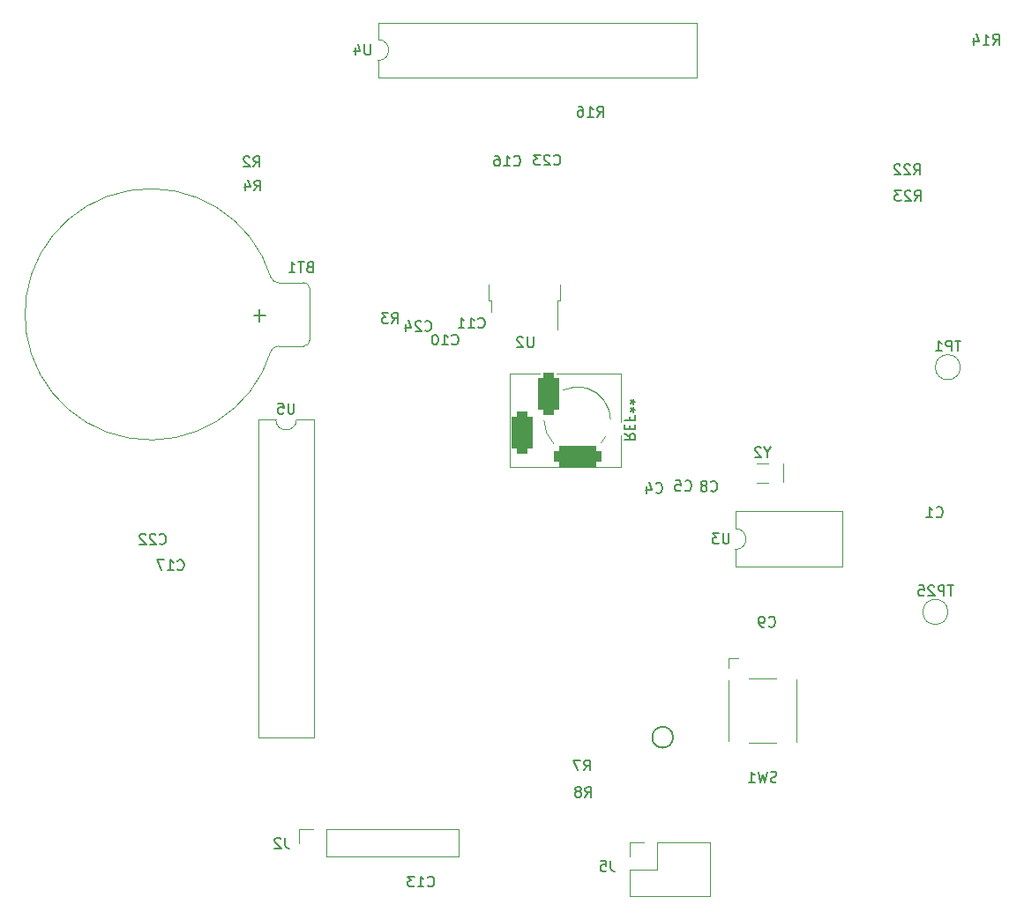
<source format=gbr>
%TF.GenerationSoftware,KiCad,Pcbnew,(6.0.5-0)*%
%TF.CreationDate,2022-07-19T01:27:06-07:00*%
%TF.ProjectId,clock_design,636c6f63-6b5f-4646-9573-69676e2e6b69,rev?*%
%TF.SameCoordinates,PX56c8cc0PY97a25c0*%
%TF.FileFunction,Legend,Bot*%
%TF.FilePolarity,Positive*%
%FSLAX46Y46*%
G04 Gerber Fmt 4.6, Leading zero omitted, Abs format (unit mm)*
G04 Created by KiCad (PCBNEW (6.0.5-0)) date 2022-07-19 01:27:06*
%MOMM*%
%LPD*%
G01*
G04 APERTURE LIST*
G04 Aperture macros list*
%AMRoundRect*
0 Rectangle with rounded corners*
0 $1 Rounding radius*
0 $2 $3 $4 $5 $6 $7 $8 $9 X,Y pos of 4 corners*
0 Add a 4 corners polygon primitive as box body*
4,1,4,$2,$3,$4,$5,$6,$7,$8,$9,$2,$3,0*
0 Add four circle primitives for the rounded corners*
1,1,$1+$1,$2,$3*
1,1,$1+$1,$4,$5*
1,1,$1+$1,$6,$7*
1,1,$1+$1,$8,$9*
0 Add four rect primitives between the rounded corners*
20,1,$1+$1,$2,$3,$4,$5,0*
20,1,$1+$1,$4,$5,$6,$7,0*
20,1,$1+$1,$6,$7,$8,$9,0*
20,1,$1+$1,$8,$9,$2,$3,0*%
G04 Aperture macros list end*
%ADD10C,0.150000*%
%ADD11C,0.120000*%
%ADD12C,2.000000*%
%ADD13C,1.524000*%
%ADD14R,1.150000X1.400000*%
%ADD15R,1.700000X1.700000*%
%ADD16C,1.700000*%
%ADD17C,3.200000*%
%ADD18R,1.400000X1.150000*%
%ADD19O,1.700000X1.700000*%
%ADD20R,1.600000X1.600000*%
%ADD21O,1.600000X1.600000*%
%ADD22RoundRect,0.500000X-1.750000X-0.500000X1.750000X-0.500000X1.750000X0.500000X-1.750000X0.500000X0*%
%ADD23RoundRect,0.500000X0.500000X-1.500000X0.500000X1.500000X-0.500000X1.500000X-0.500000X-1.500000X0*%
%ADD24R,1.000000X1.800000*%
%ADD25R,1.400000X1.600000*%
%ADD26C,1.600000*%
%ADD27R,3.000000X3.000000*%
%ADD28C,3.000000*%
%ADD29R,1.200000X2.200000*%
%ADD30R,5.800000X6.400000*%
G04 APERTURE END LIST*
D10*
%TO.C,TP25*%
X98777622Y33891960D02*
X98206193Y33891960D01*
X98491907Y32891960D02*
X98491907Y33891960D01*
X97872860Y32891960D02*
X97872860Y33891960D01*
X97491907Y33891960D01*
X97396669Y33844340D01*
X97349050Y33796721D01*
X97301431Y33701483D01*
X97301431Y33558626D01*
X97349050Y33463388D01*
X97396669Y33415769D01*
X97491907Y33368150D01*
X97872860Y33368150D01*
X96920479Y33796721D02*
X96872860Y33844340D01*
X96777622Y33891960D01*
X96539527Y33891960D01*
X96444288Y33844340D01*
X96396669Y33796721D01*
X96349050Y33701483D01*
X96349050Y33606245D01*
X96396669Y33463388D01*
X96968098Y32891960D01*
X96349050Y32891960D01*
X95444288Y33891960D02*
X95920479Y33891960D01*
X95968098Y33415769D01*
X95920479Y33463388D01*
X95825241Y33511007D01*
X95587146Y33511007D01*
X95491907Y33463388D01*
X95444288Y33415769D01*
X95396669Y33320531D01*
X95396669Y33082436D01*
X95444288Y32987198D01*
X95491907Y32939579D01*
X95587146Y32891960D01*
X95825241Y32891960D01*
X95920479Y32939579D01*
X95968098Y32987198D01*
%TO.C,R4*%
X31665548Y71826467D02*
X31998882Y72302657D01*
X32236977Y71826467D02*
X32236977Y72826467D01*
X31856024Y72826467D01*
X31760786Y72778847D01*
X31713167Y72731228D01*
X31665548Y72635990D01*
X31665548Y72493133D01*
X31713167Y72397895D01*
X31760786Y72350276D01*
X31856024Y72302657D01*
X32236977Y72302657D01*
X30808405Y72493133D02*
X30808405Y71826467D01*
X31046501Y72874086D02*
X31284596Y72159800D01*
X30665548Y72159800D01*
%TO.C,R2*%
X31587874Y74117849D02*
X31921208Y74594039D01*
X32159303Y74117849D02*
X32159303Y75117849D01*
X31778350Y75117849D01*
X31683112Y75070229D01*
X31635493Y75022610D01*
X31587874Y74927372D01*
X31587874Y74784515D01*
X31635493Y74689277D01*
X31683112Y74641658D01*
X31778350Y74594039D01*
X32159303Y74594039D01*
X31206922Y75022610D02*
X31159303Y75070229D01*
X31064065Y75117849D01*
X30825969Y75117849D01*
X30730731Y75070229D01*
X30683112Y75022610D01*
X30635493Y74927372D01*
X30635493Y74832134D01*
X30683112Y74689277D01*
X31254541Y74117849D01*
X30635493Y74117849D01*
%TO.C,R14*%
X102567763Y85855059D02*
X102901096Y86331249D01*
X103139191Y85855059D02*
X103139191Y86855059D01*
X102758239Y86855059D01*
X102663001Y86807439D01*
X102615382Y86759820D01*
X102567763Y86664582D01*
X102567763Y86521725D01*
X102615382Y86426487D01*
X102663001Y86378868D01*
X102758239Y86331249D01*
X103139191Y86331249D01*
X101615382Y85855059D02*
X102186810Y85855059D01*
X101901096Y85855059D02*
X101901096Y86855059D01*
X101996334Y86712201D01*
X102091572Y86616963D01*
X102186810Y86569344D01*
X100758239Y86521725D02*
X100758239Y85855059D01*
X100996334Y86902678D02*
X101234429Y86188392D01*
X100615382Y86188392D01*
%TO.C,C1*%
X97126666Y40532858D02*
X97174285Y40485239D01*
X97317142Y40437620D01*
X97412380Y40437620D01*
X97555238Y40485239D01*
X97650476Y40580477D01*
X97698095Y40675715D01*
X97745714Y40866191D01*
X97745714Y41009048D01*
X97698095Y41199524D01*
X97650476Y41294762D01*
X97555238Y41390000D01*
X97412380Y41437620D01*
X97317142Y41437620D01*
X97174285Y41390000D01*
X97126666Y41342381D01*
X96174285Y40437620D02*
X96745714Y40437620D01*
X96460000Y40437620D02*
X96460000Y41437620D01*
X96555238Y41294762D01*
X96650476Y41199524D01*
X96745714Y41151905D01*
%TO.C,R22*%
X94980940Y73359115D02*
X95314273Y73835305D01*
X95552368Y73359115D02*
X95552368Y74359115D01*
X95171416Y74359115D01*
X95076178Y74311495D01*
X95028559Y74263876D01*
X94980940Y74168638D01*
X94980940Y74025781D01*
X95028559Y73930543D01*
X95076178Y73882924D01*
X95171416Y73835305D01*
X95552368Y73835305D01*
X94599987Y74263876D02*
X94552368Y74311495D01*
X94457130Y74359115D01*
X94219035Y74359115D01*
X94123797Y74311495D01*
X94076178Y74263876D01*
X94028559Y74168638D01*
X94028559Y74073400D01*
X94076178Y73930543D01*
X94647606Y73359115D01*
X94028559Y73359115D01*
X93647606Y74263876D02*
X93599987Y74311495D01*
X93504749Y74359115D01*
X93266654Y74359115D01*
X93171416Y74311495D01*
X93123797Y74263876D01*
X93076178Y74168638D01*
X93076178Y74073400D01*
X93123797Y73930543D01*
X93695225Y73359115D01*
X93076178Y73359115D01*
%TO.C,TP1*%
X99491904Y57405620D02*
X98920476Y57405620D01*
X99206190Y56405620D02*
X99206190Y57405620D01*
X98587142Y56405620D02*
X98587142Y57405620D01*
X98206190Y57405620D01*
X98110952Y57358000D01*
X98063333Y57310381D01*
X98015714Y57215143D01*
X98015714Y57072286D01*
X98063333Y56977048D01*
X98110952Y56929429D01*
X98206190Y56881810D01*
X98587142Y56881810D01*
X97063333Y56405620D02*
X97634761Y56405620D01*
X97349047Y56405620D02*
X97349047Y57405620D01*
X97444285Y57262762D01*
X97539523Y57167524D01*
X97634761Y57119905D01*
%TO.C,R23*%
X95036725Y70848769D02*
X95370058Y71324959D01*
X95608153Y70848769D02*
X95608153Y71848769D01*
X95227201Y71848769D01*
X95131963Y71801149D01*
X95084344Y71753530D01*
X95036725Y71658292D01*
X95036725Y71515435D01*
X95084344Y71420197D01*
X95131963Y71372578D01*
X95227201Y71324959D01*
X95608153Y71324959D01*
X94655772Y71753530D02*
X94608153Y71801149D01*
X94512915Y71848769D01*
X94274820Y71848769D01*
X94179582Y71801149D01*
X94131963Y71753530D01*
X94084344Y71658292D01*
X94084344Y71563054D01*
X94131963Y71420197D01*
X94703391Y70848769D01*
X94084344Y70848769D01*
X93751010Y71848769D02*
X93131963Y71848769D01*
X93465296Y71467816D01*
X93322439Y71467816D01*
X93227201Y71420197D01*
X93179582Y71372578D01*
X93131963Y71277340D01*
X93131963Y71039245D01*
X93179582Y70944007D01*
X93227201Y70896388D01*
X93322439Y70848769D01*
X93608153Y70848769D01*
X93703391Y70896388D01*
X93751010Y70944007D01*
%TO.C,U5*%
X35481904Y51392620D02*
X35481904Y50583096D01*
X35434285Y50487858D01*
X35386666Y50440239D01*
X35291428Y50392620D01*
X35100952Y50392620D01*
X35005714Y50440239D01*
X34958095Y50487858D01*
X34910476Y50583096D01*
X34910476Y51392620D01*
X33958095Y51392620D02*
X34434285Y51392620D01*
X34481904Y50916429D01*
X34434285Y50964048D01*
X34339047Y51011667D01*
X34100952Y51011667D01*
X34005714Y50964048D01*
X33958095Y50916429D01*
X33910476Y50821191D01*
X33910476Y50583096D01*
X33958095Y50487858D01*
X34005714Y50440239D01*
X34100952Y50392620D01*
X34339047Y50392620D01*
X34434285Y50440239D01*
X34481904Y50487858D01*
%TO.C,J1*%
X67217619Y48446667D02*
X67693809Y48113334D01*
X67217619Y47875239D02*
X68217619Y47875239D01*
X68217619Y48256191D01*
X68170000Y48351429D01*
X68122380Y48399048D01*
X68027142Y48446667D01*
X67884285Y48446667D01*
X67789047Y48399048D01*
X67741428Y48351429D01*
X67693809Y48256191D01*
X67693809Y47875239D01*
X67741428Y48875239D02*
X67741428Y49208572D01*
X67217619Y49351429D02*
X67217619Y48875239D01*
X68217619Y48875239D01*
X68217619Y49351429D01*
X67741428Y50113334D02*
X67741428Y49780000D01*
X67217619Y49780000D02*
X68217619Y49780000D01*
X68217619Y50256191D01*
X68217619Y50780000D02*
X67979523Y50780000D01*
X68074761Y50541905D02*
X67979523Y50780000D01*
X68074761Y51018096D01*
X67789047Y50637143D02*
X67979523Y50780000D01*
X67789047Y50922858D01*
X68217619Y51541905D02*
X67979523Y51541905D01*
X68074761Y51303810D02*
X67979523Y51541905D01*
X68074761Y51780000D01*
X67789047Y51399048D02*
X67979523Y51541905D01*
X67789047Y51684762D01*
%TO.C,Y2*%
X80926190Y46673810D02*
X80926190Y46197620D01*
X81259523Y47197620D02*
X80926190Y46673810D01*
X80592857Y47197620D01*
X80307142Y47102381D02*
X80259523Y47150000D01*
X80164285Y47197620D01*
X79926190Y47197620D01*
X79830952Y47150000D01*
X79783333Y47102381D01*
X79735714Y47007143D01*
X79735714Y46911905D01*
X79783333Y46769048D01*
X80354761Y46197620D01*
X79735714Y46197620D01*
%TO.C,R7*%
X63304642Y16104836D02*
X63637976Y16581026D01*
X63876071Y16104836D02*
X63876071Y17104836D01*
X63495118Y17104836D01*
X63399880Y17057216D01*
X63352261Y17009597D01*
X63304642Y16914359D01*
X63304642Y16771502D01*
X63352261Y16676264D01*
X63399880Y16628645D01*
X63495118Y16581026D01*
X63876071Y16581026D01*
X62971309Y17104836D02*
X62304642Y17104836D01*
X62733214Y16104836D01*
%TO.C,SW1*%
X81783333Y15030438D02*
X81640476Y14982819D01*
X81402380Y14982819D01*
X81307142Y15030438D01*
X81259523Y15078057D01*
X81211904Y15173295D01*
X81211904Y15268533D01*
X81259523Y15363771D01*
X81307142Y15411390D01*
X81402380Y15459009D01*
X81592857Y15506628D01*
X81688095Y15554247D01*
X81735714Y15601866D01*
X81783333Y15697104D01*
X81783333Y15792342D01*
X81735714Y15887580D01*
X81688095Y15935199D01*
X81592857Y15982819D01*
X81354761Y15982819D01*
X81211904Y15935199D01*
X80878571Y15982819D02*
X80640476Y14982819D01*
X80450000Y15697104D01*
X80259523Y14982819D01*
X80021428Y15982819D01*
X79116666Y14982819D02*
X79688095Y14982819D01*
X79402380Y14982819D02*
X79402380Y15982819D01*
X79497619Y15839961D01*
X79592857Y15744723D01*
X79688095Y15697104D01*
%TO.C,C5*%
X72996666Y43072858D02*
X73044285Y43025239D01*
X73187142Y42977620D01*
X73282380Y42977620D01*
X73425238Y43025239D01*
X73520476Y43120477D01*
X73568095Y43215715D01*
X73615714Y43406191D01*
X73615714Y43549048D01*
X73568095Y43739524D01*
X73520476Y43834762D01*
X73425238Y43930000D01*
X73282380Y43977620D01*
X73187142Y43977620D01*
X73044285Y43930000D01*
X72996666Y43882381D01*
X72091904Y43977620D02*
X72568095Y43977620D01*
X72615714Y43501429D01*
X72568095Y43549048D01*
X72472857Y43596667D01*
X72234761Y43596667D01*
X72139523Y43549048D01*
X72091904Y43501429D01*
X72044285Y43406191D01*
X72044285Y43168096D01*
X72091904Y43072858D01*
X72139523Y43025239D01*
X72234761Y42977620D01*
X72472857Y42977620D01*
X72568095Y43025239D01*
X72615714Y43072858D01*
%TO.C,C9*%
X81036666Y29992858D02*
X81084285Y29945239D01*
X81227142Y29897620D01*
X81322380Y29897620D01*
X81465238Y29945239D01*
X81560476Y30040477D01*
X81608095Y30135715D01*
X81655714Y30326191D01*
X81655714Y30469048D01*
X81608095Y30659524D01*
X81560476Y30754762D01*
X81465238Y30850000D01*
X81322380Y30897620D01*
X81227142Y30897620D01*
X81084285Y30850000D01*
X81036666Y30802381D01*
X80560476Y29897620D02*
X80370000Y29897620D01*
X80274761Y29945239D01*
X80227142Y29992858D01*
X80131904Y30135715D01*
X80084285Y30326191D01*
X80084285Y30707143D01*
X80131904Y30802381D01*
X80179523Y30850000D01*
X80274761Y30897620D01*
X80465238Y30897620D01*
X80560476Y30850000D01*
X80608095Y30802381D01*
X80655714Y30707143D01*
X80655714Y30469048D01*
X80608095Y30373810D01*
X80560476Y30326191D01*
X80465238Y30278572D01*
X80274761Y30278572D01*
X80179523Y30326191D01*
X80131904Y30373810D01*
X80084285Y30469048D01*
%TO.C,J5*%
X65874055Y7433737D02*
X65874055Y6719451D01*
X65921674Y6576594D01*
X66016912Y6481356D01*
X66159769Y6433737D01*
X66255007Y6433737D01*
X64921674Y7433737D02*
X65397864Y7433737D01*
X65445483Y6957546D01*
X65397864Y7005165D01*
X65302626Y7052784D01*
X65064531Y7052784D01*
X64969293Y7005165D01*
X64921674Y6957546D01*
X64874055Y6862308D01*
X64874055Y6624213D01*
X64921674Y6528975D01*
X64969293Y6481356D01*
X65064531Y6433737D01*
X65302626Y6433737D01*
X65397864Y6481356D01*
X65445483Y6528975D01*
%TO.C,R16*%
X64582857Y78917620D02*
X64916190Y79393810D01*
X65154285Y78917620D02*
X65154285Y79917620D01*
X64773333Y79917620D01*
X64678095Y79870000D01*
X64630476Y79822381D01*
X64582857Y79727143D01*
X64582857Y79584286D01*
X64630476Y79489048D01*
X64678095Y79441429D01*
X64773333Y79393810D01*
X65154285Y79393810D01*
X63630476Y78917620D02*
X64201904Y78917620D01*
X63916190Y78917620D02*
X63916190Y79917620D01*
X64011428Y79774762D01*
X64106666Y79679524D01*
X64201904Y79631905D01*
X62773333Y79917620D02*
X62963809Y79917620D01*
X63059047Y79870000D01*
X63106666Y79822381D01*
X63201904Y79679524D01*
X63249523Y79489048D01*
X63249523Y79108096D01*
X63201904Y79012858D01*
X63154285Y78965239D01*
X63059047Y78917620D01*
X62868571Y78917620D01*
X62773333Y78965239D01*
X62725714Y79012858D01*
X62678095Y79108096D01*
X62678095Y79346191D01*
X62725714Y79441429D01*
X62773333Y79489048D01*
X62868571Y79536667D01*
X63059047Y79536667D01*
X63154285Y79489048D01*
X63201904Y79441429D01*
X63249523Y79346191D01*
%TO.C,C4*%
X70202099Y42849272D02*
X70249718Y42801653D01*
X70392575Y42754034D01*
X70487813Y42754034D01*
X70630671Y42801653D01*
X70725909Y42896891D01*
X70773528Y42992129D01*
X70821147Y43182605D01*
X70821147Y43325462D01*
X70773528Y43515938D01*
X70725909Y43611176D01*
X70630671Y43706414D01*
X70487813Y43754034D01*
X70392575Y43754034D01*
X70249718Y43706414D01*
X70202099Y43658795D01*
X69344956Y43420700D02*
X69344956Y42754034D01*
X69583052Y43801653D02*
X69821147Y43087367D01*
X69202099Y43087367D01*
%TO.C,U4*%
X42824641Y85871782D02*
X42824641Y85062258D01*
X42777022Y84967020D01*
X42729403Y84919401D01*
X42634165Y84871782D01*
X42443689Y84871782D01*
X42348451Y84919401D01*
X42300832Y84967020D01*
X42253213Y85062258D01*
X42253213Y85871782D01*
X41348451Y85538448D02*
X41348451Y84871782D01*
X41586546Y85919401D02*
X41824641Y85205115D01*
X41205594Y85205115D01*
%TO.C,C11*%
X53157369Y58704269D02*
X53204988Y58656650D01*
X53347845Y58609031D01*
X53443083Y58609031D01*
X53585940Y58656650D01*
X53681178Y58751888D01*
X53728797Y58847126D01*
X53776416Y59037602D01*
X53776416Y59180459D01*
X53728797Y59370935D01*
X53681178Y59466173D01*
X53585940Y59561411D01*
X53443083Y59609031D01*
X53347845Y59609031D01*
X53204988Y59561411D01*
X53157369Y59513792D01*
X52204988Y58609031D02*
X52776416Y58609031D01*
X52490702Y58609031D02*
X52490702Y59609031D01*
X52585940Y59466173D01*
X52681178Y59370935D01*
X52776416Y59323316D01*
X51252607Y58609031D02*
X51824035Y58609031D01*
X51538321Y58609031D02*
X51538321Y59609031D01*
X51633559Y59466173D01*
X51728797Y59370935D01*
X51824035Y59323316D01*
%TO.C,U3*%
X77222673Y38911202D02*
X77222673Y38101678D01*
X77175054Y38006440D01*
X77127435Y37958821D01*
X77032197Y37911202D01*
X76841721Y37911202D01*
X76746483Y37958821D01*
X76698864Y38006440D01*
X76651245Y38101678D01*
X76651245Y38911202D01*
X76270292Y38911202D02*
X75651245Y38911202D01*
X75984578Y38530249D01*
X75841721Y38530249D01*
X75746483Y38482630D01*
X75698864Y38435011D01*
X75651245Y38339773D01*
X75651245Y38101678D01*
X75698864Y38006440D01*
X75746483Y37958821D01*
X75841721Y37911202D01*
X76127435Y37911202D01*
X76222673Y37958821D01*
X76270292Y38006440D01*
%TO.C,C17*%
X24290400Y35437471D02*
X24338019Y35389852D01*
X24480876Y35342233D01*
X24576114Y35342233D01*
X24718971Y35389852D01*
X24814209Y35485090D01*
X24861828Y35580328D01*
X24909447Y35770804D01*
X24909447Y35913661D01*
X24861828Y36104137D01*
X24814209Y36199375D01*
X24718971Y36294613D01*
X24576114Y36342233D01*
X24480876Y36342233D01*
X24338019Y36294613D01*
X24290400Y36246994D01*
X23338019Y35342233D02*
X23909447Y35342233D01*
X23623733Y35342233D02*
X23623733Y36342233D01*
X23718971Y36199375D01*
X23814209Y36104137D01*
X23909447Y36056518D01*
X23004685Y36342233D02*
X22338019Y36342233D01*
X22766590Y35342233D01*
%TO.C,BT1*%
X36949400Y64511412D02*
X36806543Y64463793D01*
X36758924Y64416174D01*
X36711305Y64320936D01*
X36711305Y64178079D01*
X36758924Y64082841D01*
X36806543Y64035222D01*
X36901781Y63987603D01*
X37282733Y63987603D01*
X37282733Y64987603D01*
X36949400Y64987603D01*
X36854162Y64939983D01*
X36806543Y64892364D01*
X36758924Y64797126D01*
X36758924Y64701888D01*
X36806543Y64606650D01*
X36854162Y64559031D01*
X36949400Y64511412D01*
X37282733Y64511412D01*
X36425590Y64987603D02*
X35854162Y64987603D01*
X36139876Y63987603D02*
X36139876Y64987603D01*
X34997019Y63987603D02*
X35568447Y63987603D01*
X35282733Y63987603D02*
X35282733Y64987603D01*
X35377971Y64844745D01*
X35473209Y64749507D01*
X35568447Y64701888D01*
X32735114Y59832841D02*
X31592257Y59832841D01*
X32163686Y59261412D02*
X32163686Y60404269D01*
%TO.C,C16*%
X56570210Y74290761D02*
X56617829Y74243142D01*
X56760686Y74195523D01*
X56855924Y74195523D01*
X56998781Y74243142D01*
X57094019Y74338380D01*
X57141638Y74433618D01*
X57189257Y74624094D01*
X57189257Y74766951D01*
X57141638Y74957427D01*
X57094019Y75052665D01*
X56998781Y75147903D01*
X56855924Y75195523D01*
X56760686Y75195523D01*
X56617829Y75147903D01*
X56570210Y75100284D01*
X55617829Y74195523D02*
X56189257Y74195523D01*
X55903543Y74195523D02*
X55903543Y75195523D01*
X55998781Y75052665D01*
X56094019Y74957427D01*
X56189257Y74909808D01*
X54760686Y75195523D02*
X54951162Y75195523D01*
X55046400Y75147903D01*
X55094019Y75100284D01*
X55189257Y74957427D01*
X55236876Y74766951D01*
X55236876Y74385999D01*
X55189257Y74290761D01*
X55141638Y74243142D01*
X55046400Y74195523D01*
X54855924Y74195523D01*
X54760686Y74243142D01*
X54713067Y74290761D01*
X54665448Y74385999D01*
X54665448Y74624094D01*
X54713067Y74719332D01*
X54760686Y74766951D01*
X54855924Y74814570D01*
X55046400Y74814570D01*
X55141638Y74766951D01*
X55189257Y74719332D01*
X55236876Y74624094D01*
%TO.C,R8*%
X63424129Y13535867D02*
X63757463Y14012057D01*
X63995558Y13535867D02*
X63995558Y14535867D01*
X63614605Y14535867D01*
X63519367Y14488247D01*
X63471748Y14440628D01*
X63424129Y14345390D01*
X63424129Y14202533D01*
X63471748Y14107295D01*
X63519367Y14059676D01*
X63614605Y14012057D01*
X63995558Y14012057D01*
X62852701Y14107295D02*
X62947939Y14154914D01*
X62995558Y14202533D01*
X63043177Y14297771D01*
X63043177Y14345390D01*
X62995558Y14440628D01*
X62947939Y14488247D01*
X62852701Y14535867D01*
X62662224Y14535867D01*
X62566986Y14488247D01*
X62519367Y14440628D01*
X62471748Y14345390D01*
X62471748Y14297771D01*
X62519367Y14202533D01*
X62566986Y14154914D01*
X62662224Y14107295D01*
X62852701Y14107295D01*
X62947939Y14059676D01*
X62995558Y14012057D01*
X63043177Y13916819D01*
X63043177Y13726343D01*
X62995558Y13631105D01*
X62947939Y13583486D01*
X62852701Y13535867D01*
X62662224Y13535867D01*
X62566986Y13583486D01*
X62519367Y13631105D01*
X62471748Y13726343D01*
X62471748Y13916819D01*
X62519367Y14012057D01*
X62566986Y14059676D01*
X62662224Y14107295D01*
%TO.C,C24*%
X48044707Y58417041D02*
X48092326Y58369422D01*
X48235183Y58321803D01*
X48330421Y58321803D01*
X48473278Y58369422D01*
X48568516Y58464660D01*
X48616135Y58559898D01*
X48663754Y58750374D01*
X48663754Y58893231D01*
X48616135Y59083707D01*
X48568516Y59178945D01*
X48473278Y59274183D01*
X48330421Y59321803D01*
X48235183Y59321803D01*
X48092326Y59274183D01*
X48044707Y59226564D01*
X47663754Y59226564D02*
X47616135Y59274183D01*
X47520897Y59321803D01*
X47282802Y59321803D01*
X47187564Y59274183D01*
X47139945Y59226564D01*
X47092326Y59131326D01*
X47092326Y59036088D01*
X47139945Y58893231D01*
X47711373Y58321803D01*
X47092326Y58321803D01*
X46235183Y58988469D02*
X46235183Y58321803D01*
X46473278Y59369422D02*
X46711373Y58655136D01*
X46092326Y58655136D01*
%TO.C,C23*%
X60415073Y74368435D02*
X60462692Y74320816D01*
X60605549Y74273197D01*
X60700787Y74273197D01*
X60843644Y74320816D01*
X60938882Y74416054D01*
X60986501Y74511292D01*
X61034120Y74701768D01*
X61034120Y74844625D01*
X60986501Y75035101D01*
X60938882Y75130339D01*
X60843644Y75225577D01*
X60700787Y75273197D01*
X60605549Y75273197D01*
X60462692Y75225577D01*
X60415073Y75177958D01*
X60034120Y75177958D02*
X59986501Y75225577D01*
X59891263Y75273197D01*
X59653168Y75273197D01*
X59557930Y75225577D01*
X59510311Y75177958D01*
X59462692Y75082720D01*
X59462692Y74987482D01*
X59510311Y74844625D01*
X60081739Y74273197D01*
X59462692Y74273197D01*
X59129358Y75273197D02*
X58510311Y75273197D01*
X58843644Y74892244D01*
X58700787Y74892244D01*
X58605549Y74844625D01*
X58557930Y74797006D01*
X58510311Y74701768D01*
X58510311Y74463673D01*
X58557930Y74368435D01*
X58605549Y74320816D01*
X58700787Y74273197D01*
X58986501Y74273197D01*
X59081739Y74320816D01*
X59129358Y74368435D01*
%TO.C,C22*%
X22557839Y37946697D02*
X22605458Y37899078D01*
X22748315Y37851459D01*
X22843553Y37851459D01*
X22986410Y37899078D01*
X23081648Y37994316D01*
X23129267Y38089554D01*
X23176886Y38280030D01*
X23176886Y38422887D01*
X23129267Y38613363D01*
X23081648Y38708601D01*
X22986410Y38803839D01*
X22843553Y38851459D01*
X22748315Y38851459D01*
X22605458Y38803839D01*
X22557839Y38756220D01*
X22176886Y38756220D02*
X22129267Y38803839D01*
X22034029Y38851459D01*
X21795934Y38851459D01*
X21700696Y38803839D01*
X21653077Y38756220D01*
X21605458Y38660982D01*
X21605458Y38565744D01*
X21653077Y38422887D01*
X22224505Y37851459D01*
X21605458Y37851459D01*
X21224505Y38756220D02*
X21176886Y38803839D01*
X21081648Y38851459D01*
X20843553Y38851459D01*
X20748315Y38803839D01*
X20700696Y38756220D01*
X20653077Y38660982D01*
X20653077Y38565744D01*
X20700696Y38422887D01*
X21272124Y37851459D01*
X20653077Y37851459D01*
%TO.C,C10*%
X50629761Y57095791D02*
X50677380Y57048172D01*
X50820237Y57000553D01*
X50915475Y57000553D01*
X51058332Y57048172D01*
X51153570Y57143410D01*
X51201189Y57238648D01*
X51248808Y57429124D01*
X51248808Y57571981D01*
X51201189Y57762457D01*
X51153570Y57857695D01*
X51058332Y57952933D01*
X50915475Y58000553D01*
X50820237Y58000553D01*
X50677380Y57952933D01*
X50629761Y57905314D01*
X49677380Y57000553D02*
X50248808Y57000553D01*
X49963094Y57000553D02*
X49963094Y58000553D01*
X50058332Y57857695D01*
X50153570Y57762457D01*
X50248808Y57714838D01*
X49058332Y58000553D02*
X48963094Y58000553D01*
X48867856Y57952933D01*
X48820237Y57905314D01*
X48772618Y57810076D01*
X48724999Y57619600D01*
X48724999Y57381505D01*
X48772618Y57191029D01*
X48820237Y57095791D01*
X48867856Y57048172D01*
X48963094Y57000553D01*
X49058332Y57000553D01*
X49153570Y57048172D01*
X49201189Y57095791D01*
X49248808Y57191029D01*
X49296427Y57381505D01*
X49296427Y57619600D01*
X49248808Y57810076D01*
X49201189Y57905314D01*
X49153570Y57952933D01*
X49058332Y58000553D01*
%TO.C,C8*%
X75487099Y43021609D02*
X75534718Y42973990D01*
X75677575Y42926371D01*
X75772813Y42926371D01*
X75915671Y42973990D01*
X76010909Y43069228D01*
X76058528Y43164466D01*
X76106147Y43354942D01*
X76106147Y43497799D01*
X76058528Y43688275D01*
X76010909Y43783513D01*
X75915671Y43878751D01*
X75772813Y43926371D01*
X75677575Y43926371D01*
X75534718Y43878751D01*
X75487099Y43831132D01*
X74915671Y43497799D02*
X75010909Y43545418D01*
X75058528Y43593037D01*
X75106147Y43688275D01*
X75106147Y43735894D01*
X75058528Y43831132D01*
X75010909Y43878751D01*
X74915671Y43926371D01*
X74725194Y43926371D01*
X74629956Y43878751D01*
X74582337Y43831132D01*
X74534718Y43735894D01*
X74534718Y43688275D01*
X74582337Y43593037D01*
X74629956Y43545418D01*
X74725194Y43497799D01*
X74915671Y43497799D01*
X75010909Y43450180D01*
X75058528Y43402561D01*
X75106147Y43307323D01*
X75106147Y43116847D01*
X75058528Y43021609D01*
X75010909Y42973990D01*
X74915671Y42926371D01*
X74725194Y42926371D01*
X74629956Y42973990D01*
X74582337Y43021609D01*
X74534718Y43116847D01*
X74534718Y43307323D01*
X74582337Y43402561D01*
X74629956Y43450180D01*
X74725194Y43497799D01*
%TO.C,J2*%
X34615213Y9636903D02*
X34615213Y8922617D01*
X34662832Y8779760D01*
X34758070Y8684522D01*
X34900927Y8636903D01*
X34996165Y8636903D01*
X34186641Y9541664D02*
X34139022Y9589283D01*
X34043784Y9636903D01*
X33805689Y9636903D01*
X33710451Y9589283D01*
X33662832Y9541664D01*
X33615213Y9446426D01*
X33615213Y9351188D01*
X33662832Y9208331D01*
X34234260Y8636903D01*
X33615213Y8636903D01*
%TO.C,U2*%
X58446524Y57770771D02*
X58446524Y56961247D01*
X58398905Y56866009D01*
X58351286Y56818390D01*
X58256048Y56770771D01*
X58065572Y56770771D01*
X57970334Y56818390D01*
X57922715Y56866009D01*
X57875096Y56961247D01*
X57875096Y57770771D01*
X57446524Y57675532D02*
X57398905Y57723151D01*
X57303667Y57770771D01*
X57065572Y57770771D01*
X56970334Y57723151D01*
X56922715Y57675532D01*
X56875096Y57580294D01*
X56875096Y57485056D01*
X56922715Y57342199D01*
X57494143Y56770771D01*
X56875096Y56770771D01*
%TO.C,R3*%
X44868571Y59068596D02*
X45201905Y59544786D01*
X45440000Y59068596D02*
X45440000Y60068596D01*
X45059047Y60068596D01*
X44963809Y60020976D01*
X44916190Y59973357D01*
X44868571Y59878119D01*
X44868571Y59735262D01*
X44916190Y59640024D01*
X44963809Y59592405D01*
X45059047Y59544786D01*
X45440000Y59544786D01*
X44535238Y60068596D02*
X43916190Y60068596D01*
X44249524Y59687643D01*
X44106666Y59687643D01*
X44011428Y59640024D01*
X43963809Y59592405D01*
X43916190Y59497167D01*
X43916190Y59259072D01*
X43963809Y59163834D01*
X44011428Y59116215D01*
X44106666Y59068596D01*
X44392381Y59068596D01*
X44487619Y59116215D01*
X44535238Y59163834D01*
%TO.C,C13*%
X48307274Y5028046D02*
X48354893Y4980427D01*
X48497750Y4932808D01*
X48592988Y4932808D01*
X48735845Y4980427D01*
X48831083Y5075665D01*
X48878702Y5170903D01*
X48926321Y5361379D01*
X48926321Y5504236D01*
X48878702Y5694712D01*
X48831083Y5789950D01*
X48735845Y5885188D01*
X48592988Y5932808D01*
X48497750Y5932808D01*
X48354893Y5885188D01*
X48307274Y5837569D01*
X47354893Y4932808D02*
X47926321Y4932808D01*
X47640607Y4932808D02*
X47640607Y5932808D01*
X47735845Y5789950D01*
X47831083Y5694712D01*
X47926321Y5647093D01*
X47021559Y5932808D02*
X46402512Y5932808D01*
X46735845Y5551855D01*
X46592988Y5551855D01*
X46497750Y5504236D01*
X46450131Y5456617D01*
X46402512Y5361379D01*
X46402512Y5123284D01*
X46450131Y5028046D01*
X46497750Y4980427D01*
X46592988Y4932808D01*
X46878702Y4932808D01*
X46973940Y4980427D01*
X47021559Y5028046D01*
D11*
%TO.C,TP25*%
X98239527Y31346340D02*
G75*
G03*
X98239527Y31346340I-1200000J0D01*
G01*
D10*
%TO.C,D3*%
X71860000Y19300000D02*
G75*
G03*
X71860000Y19300000I-1000000J0D01*
G01*
D11*
%TO.C,TP1*%
X99430000Y54860000D02*
G75*
G03*
X99430000Y54860000I-1200000J0D01*
G01*
%TO.C,U5*%
X37370000Y19245000D02*
X32070000Y19245000D01*
X32070000Y19245000D02*
X32070000Y49845000D01*
X32070000Y49845000D02*
X33720000Y49845000D01*
X37370000Y49845000D02*
X37370000Y19245000D01*
X35720000Y49845000D02*
X37370000Y49845000D01*
X33720000Y49845000D02*
G75*
G03*
X35720000Y49845000I1000000J0D01*
G01*
%TO.C,J1*%
X56170000Y45280000D02*
X66870000Y45280000D01*
X66870000Y45280000D02*
X66870000Y54280000D01*
X66870000Y54280000D02*
X56170000Y54280000D01*
X56170000Y54280000D02*
X56170000Y45280000D01*
X59470000Y49780000D02*
G75*
G03*
X60407258Y47517258I3199997J-2D01*
G01*
X64970000Y47580000D02*
G75*
G03*
X61286295Y52646245I-2300000J2200000D01*
G01*
%TO.C,Y2*%
X81000000Y45650000D02*
X79900000Y45650000D01*
X81000000Y43750000D02*
X79900000Y43750000D01*
X82400000Y45600000D02*
X82400000Y43800000D01*
%TO.C,SW1*%
X77150000Y26940000D02*
X77150000Y25940000D01*
X79150000Y18740000D02*
X81750000Y18740000D01*
X83700000Y18840000D02*
X83700000Y24840000D01*
X77200000Y18940000D02*
X77200000Y24740000D01*
X79150000Y24940000D02*
X81750000Y24940000D01*
X78150000Y26940000D02*
X77150000Y26940000D01*
%TO.C,J5*%
X67690000Y6600000D02*
X67690000Y4000000D01*
X69020000Y9200000D02*
X67690000Y9200000D01*
X67690000Y9200000D02*
X67690000Y7870000D01*
X70290000Y9200000D02*
X75430000Y9200000D01*
X67690000Y4000000D02*
X75430000Y4000000D01*
X75430000Y9200000D02*
X75430000Y4000000D01*
X70290000Y9200000D02*
X70290000Y6600000D01*
X70290000Y6600000D02*
X67690000Y6600000D01*
%TO.C,U4*%
X43555000Y87980000D02*
X74155000Y87980000D01*
X74155000Y87980000D02*
X74155000Y82680000D01*
X43555000Y86330000D02*
X43555000Y87980000D01*
X74155000Y82680000D02*
X43555000Y82680000D01*
X43555000Y82680000D02*
X43555000Y84330000D01*
X43555000Y84330000D02*
G75*
G03*
X43555000Y86330000I0J1000000D01*
G01*
%TO.C,U3*%
X77850000Y41000000D02*
X88130000Y41000000D01*
X88130000Y35700000D02*
X77850000Y35700000D01*
X77850000Y39350000D02*
X77850000Y41000000D01*
X88130000Y41000000D02*
X88130000Y35700000D01*
X77850000Y35700000D02*
X77850000Y37350000D01*
X77850000Y37350000D02*
G75*
G03*
X77850000Y39350000I0J1000000D01*
G01*
%TO.C,BT1*%
X36413686Y56889983D02*
X33963686Y56889983D01*
X33963686Y62989983D02*
X36413686Y62989983D01*
X36963686Y62439983D02*
X36963686Y57439983D01*
X36413686Y56889983D02*
G75*
G03*
X36963686Y57439983I1J549999D01*
G01*
X33263686Y63459983D02*
G75*
G03*
X9650243Y59423992I-11550000J-3520000D01*
G01*
X33963686Y56889983D02*
G75*
G03*
X33258917Y56396498I0J-750000D01*
G01*
X33258917Y63483468D02*
G75*
G03*
X33963686Y62989983I704769J256515D01*
G01*
X9650243Y60455974D02*
G75*
G03*
X33263686Y56419983I12063443J-515991D01*
G01*
X36963686Y62439983D02*
G75*
G03*
X36413686Y62989983I-549999J1D01*
G01*
%TO.C,J2*%
X51300000Y10470000D02*
X51300000Y7810000D01*
X38540000Y7810000D02*
X51300000Y7810000D01*
X38540000Y10470000D02*
X38540000Y7810000D01*
X38540000Y10470000D02*
X51300000Y10470000D01*
X37270000Y10470000D02*
X35940000Y10470000D01*
X35940000Y10470000D02*
X35940000Y9140000D01*
%TO.C,U2*%
X61040000Y61280000D02*
X60770000Y61280000D01*
X61040000Y62780000D02*
X61040000Y61280000D01*
X54140000Y61280000D02*
X54410000Y61280000D01*
X54140000Y62780000D02*
X54140000Y61280000D01*
X54410000Y61280000D02*
X54410000Y60180000D01*
X60770000Y61280000D02*
X60770000Y58450000D01*
%TD*%
%LPC*%
D12*
%TO.C,TP25*%
X97039527Y31346340D03*
%TD*%
%TO.C,TP24*%
X8060000Y51050000D03*
%TD*%
%TO.C,TP23*%
X43637154Y45628795D03*
%TD*%
%TO.C,TP22*%
X66113470Y48898535D03*
%TD*%
D13*
%TO.C,D3*%
X70860000Y19300000D03*
X70860000Y21840000D03*
X70860000Y24380000D03*
X70860000Y26920000D03*
X70860000Y29460000D03*
X70860000Y32000000D03*
X70860000Y34540000D03*
X70860000Y37080000D03*
X46860000Y37080000D03*
X46860000Y34540000D03*
X46860000Y32000000D03*
X46860000Y29460000D03*
X46860000Y26920000D03*
X46860000Y24380000D03*
X46860000Y21840000D03*
X46860000Y19300000D03*
%TD*%
D14*
%TO.C,R4*%
X35282042Y72292455D03*
X33582042Y72292455D03*
%TD*%
D15*
%TO.C,U6*%
X20887000Y82927000D03*
D16*
X23427000Y82927000D03*
X25967000Y82927000D03*
X28507000Y82927000D03*
X31047000Y82927000D03*
X31047000Y98167000D03*
X28507000Y98167000D03*
X25967000Y98167000D03*
X23427000Y98167000D03*
X20887000Y98167000D03*
%TD*%
D17*
%TO.C,H4*%
X4500000Y59000000D03*
%TD*%
D15*
%TO.C,U8*%
X37397000Y95627000D03*
D16*
X39937000Y95627000D03*
X42477000Y95627000D03*
X45017000Y95627000D03*
X47557000Y95627000D03*
X47557000Y110867000D03*
X45017000Y110867000D03*
X42477000Y110867000D03*
X39937000Y110867000D03*
X37397000Y110867000D03*
%TD*%
D14*
%TO.C,R2*%
X35362450Y74543881D03*
X33662450Y74543881D03*
%TD*%
D12*
%TO.C,TP2*%
X100770000Y65020000D03*
%TD*%
D17*
%TO.C,H7*%
X66830000Y68830000D03*
%TD*%
D18*
%TO.C,R14*%
X102040000Y90000000D03*
X102040000Y88300000D03*
%TD*%
D17*
%TO.C,H5*%
X39830000Y68830000D03*
%TD*%
%TO.C,H6*%
X51230000Y53590000D03*
%TD*%
%TO.C,H2*%
X113500000Y59000000D03*
%TD*%
%TO.C,H3*%
X59000000Y4500000D03*
%TD*%
D18*
%TO.C,C1*%
X96960000Y44280000D03*
X96960000Y42580000D03*
%TD*%
D15*
%TO.C,J3*%
X75370000Y66305000D03*
D19*
X75370000Y68845000D03*
X75370000Y71385000D03*
%TD*%
D20*
%TO.C,U1*%
X102030000Y26930000D03*
D21*
X102030000Y29470000D03*
X102030000Y32010000D03*
X102030000Y34550000D03*
X102030000Y37090000D03*
X102030000Y39630000D03*
X102030000Y42170000D03*
X102030000Y44710000D03*
X102030000Y47250000D03*
X102030000Y49790000D03*
X102030000Y52330000D03*
X102030000Y54870000D03*
X102030000Y57410000D03*
X102030000Y59950000D03*
X94410000Y59950000D03*
X94410000Y57410000D03*
X94410000Y54870000D03*
X94410000Y52330000D03*
X94410000Y49790000D03*
X94410000Y47250000D03*
X94410000Y44710000D03*
X94410000Y42170000D03*
X94410000Y39630000D03*
X94410000Y37090000D03*
X94410000Y34550000D03*
X94410000Y32010000D03*
X94410000Y29470000D03*
X94410000Y26930000D03*
%TD*%
D14*
%TO.C,R22*%
X99080000Y73910000D03*
X97380000Y73910000D03*
%TD*%
D17*
%TO.C,H1*%
X59000000Y113500000D03*
%TD*%
D15*
%TO.C,U9*%
X85657000Y84197000D03*
D16*
X88197000Y84197000D03*
X90737000Y84197000D03*
X93277000Y84197000D03*
X95817000Y84197000D03*
X95817000Y99437000D03*
X93277000Y99437000D03*
X90737000Y99437000D03*
X88197000Y99437000D03*
X85657000Y99437000D03*
%TD*%
D12*
%TO.C,TP1*%
X98230000Y54860000D03*
%TD*%
D15*
%TO.C,U7*%
X69147000Y95627000D03*
D16*
X71687000Y95627000D03*
X74227000Y95627000D03*
X76767000Y95627000D03*
X79307000Y95627000D03*
X79307000Y110867000D03*
X76767000Y110867000D03*
X74227000Y110867000D03*
X71687000Y110867000D03*
X69147000Y110867000D03*
%TD*%
D17*
%TO.C,H8*%
X78230000Y53590000D03*
%TD*%
D15*
%TO.C,J4*%
X43620000Y56115000D03*
D19*
X43620000Y53575000D03*
X43620000Y51035000D03*
%TD*%
D14*
%TO.C,R23*%
X99080000Y71370000D03*
X97380000Y71370000D03*
%TD*%
D20*
%TO.C,U5*%
X38530000Y48515000D03*
D21*
X38530000Y45975000D03*
X38530000Y43435000D03*
X38530000Y40895000D03*
X38530000Y38355000D03*
X38530000Y35815000D03*
X38530000Y33275000D03*
X38530000Y30735000D03*
X38530000Y28195000D03*
X38530000Y25655000D03*
X38530000Y23115000D03*
X38530000Y20575000D03*
X30910000Y20575000D03*
X30910000Y23115000D03*
X30910000Y25655000D03*
X30910000Y28195000D03*
X30910000Y30735000D03*
X30910000Y33275000D03*
X30910000Y35815000D03*
X30910000Y38355000D03*
X30910000Y40895000D03*
X30910000Y43435000D03*
X30910000Y45975000D03*
X30910000Y48515000D03*
%TD*%
D22*
%TO.C,J1*%
X62670000Y46280000D03*
D23*
X57370000Y48580000D03*
X59870000Y52280000D03*
%TD*%
D24*
%TO.C,Y2*%
X81700000Y44700000D03*
X79200000Y44700000D03*
%TD*%
D14*
%TO.C,R7*%
X59280000Y16760000D03*
X60980000Y16760000D03*
%TD*%
D25*
%TO.C,SW1*%
X78200000Y25840000D03*
X78200000Y17840000D03*
X82700000Y25840000D03*
X82700000Y17840000D03*
%TD*%
D18*
%TO.C,C5*%
X72830000Y46820000D03*
X72830000Y45120000D03*
%TD*%
D14*
%TO.C,C9*%
X80020000Y32000000D03*
X81720000Y32000000D03*
%TD*%
D15*
%TO.C,J5*%
X69020000Y7870000D03*
D19*
X69020000Y5330000D03*
X71560000Y7870000D03*
X71560000Y5330000D03*
X74100000Y7870000D03*
X74100000Y5330000D03*
%TD*%
D14*
%TO.C,R16*%
X64790000Y77720000D03*
X63090000Y77720000D03*
%TD*%
D26*
%TO.C,R6*%
X14410000Y37940000D03*
X14410000Y34540000D03*
%TD*%
D18*
%TO.C,C4*%
X70290000Y46820000D03*
X70290000Y45120000D03*
%TD*%
D20*
%TO.C,U4*%
X44885000Y89140000D03*
D21*
X47425000Y89140000D03*
X49965000Y89140000D03*
X52505000Y89140000D03*
X55045000Y89140000D03*
X57585000Y89140000D03*
X60125000Y89140000D03*
X62665000Y89140000D03*
X65205000Y89140000D03*
X67745000Y89140000D03*
X70285000Y89140000D03*
X72825000Y89140000D03*
X72825000Y81520000D03*
X70285000Y81520000D03*
X67745000Y81520000D03*
X65205000Y81520000D03*
X62665000Y81520000D03*
X60125000Y81520000D03*
X57585000Y81520000D03*
X55045000Y81520000D03*
X52505000Y81520000D03*
X49965000Y81520000D03*
X47425000Y81520000D03*
X44885000Y81520000D03*
%TD*%
D18*
%TO.C,C11*%
X52510000Y60871742D03*
X52510000Y62571742D03*
%TD*%
D20*
%TO.C,U3*%
X79180000Y42160000D03*
D21*
X81720000Y42160000D03*
X84260000Y42160000D03*
X86800000Y42160000D03*
X86800000Y34540000D03*
X84260000Y34540000D03*
X81720000Y34540000D03*
X79180000Y34540000D03*
%TD*%
D14*
%TO.C,C17*%
X28380000Y35810000D03*
X26680000Y35810000D03*
%TD*%
D27*
%TO.C,BT1*%
X34913686Y59939983D03*
D28*
X14423686Y59939983D03*
%TD*%
D18*
%TO.C,C16*%
X56320000Y78570000D03*
X56320000Y76870000D03*
%TD*%
D14*
%TO.C,R8*%
X60980000Y14220000D03*
X59280000Y14220000D03*
%TD*%
D18*
%TO.C,C24*%
X47430000Y61210000D03*
X47430000Y62910000D03*
%TD*%
%TO.C,C23*%
X58860000Y78570000D03*
X58860000Y76870000D03*
%TD*%
D14*
%TO.C,C22*%
X26923836Y38294517D03*
X25223836Y38294517D03*
%TD*%
D18*
%TO.C,C10*%
X49970000Y61210000D03*
X49970000Y62910000D03*
%TD*%
%TO.C,C8*%
X75370000Y46820000D03*
X75370000Y45120000D03*
%TD*%
D15*
%TO.C,J2*%
X37270000Y9140000D03*
D19*
X39810000Y9140000D03*
X42350000Y9140000D03*
X44890000Y9140000D03*
X47430000Y9140000D03*
X49970000Y9140000D03*
%TD*%
D29*
%TO.C,U2*%
X59870000Y59550000D03*
D30*
X57590000Y65850000D03*
D29*
X55310000Y59550000D03*
%TD*%
D18*
%TO.C,R3*%
X44890000Y61630000D03*
X44890000Y63330000D03*
%TD*%
D14*
%TO.C,C13*%
X44890000Y5330000D03*
X43190000Y5330000D03*
%TD*%
M02*

</source>
